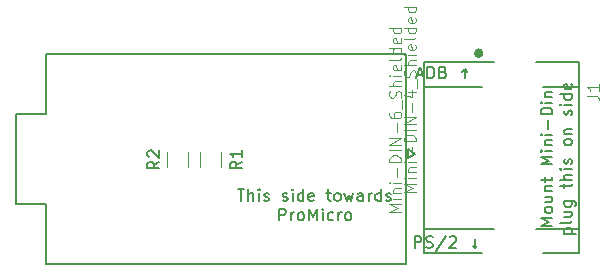
<source format=gbr>
G04 #@! TF.GenerationSoftware,KiCad,Pcbnew,(5.1.0-0)*
G04 #@! TF.CreationDate,2019-03-25T02:14:44+01:00*
G04 #@! TF.ProjectId,adapter,61646170-7465-4722-9e6b-696361645f70,rev?*
G04 #@! TF.SameCoordinates,Original*
G04 #@! TF.FileFunction,Legend,Top*
G04 #@! TF.FilePolarity,Positive*
%FSLAX46Y46*%
G04 Gerber Fmt 4.6, Leading zero omitted, Abs format (unit mm)*
G04 Created by KiCad (PCBNEW (5.1.0-0)) date 2019-03-25 02:14:44*
%MOMM*%
%LPD*%
G04 APERTURE LIST*
%ADD10C,0.150000*%
%ADD11C,0.127000*%
%ADD12C,0.400000*%
%ADD13C,0.120000*%
%ADD14C,0.050000*%
G04 APERTURE END LIST*
D10*
X87247380Y-53106666D02*
X86247380Y-53106666D01*
X86961666Y-52773333D01*
X86247380Y-52440000D01*
X87247380Y-52440000D01*
X87247380Y-51820952D02*
X87199761Y-51916190D01*
X87152142Y-51963809D01*
X87056904Y-52011428D01*
X86771190Y-52011428D01*
X86675952Y-51963809D01*
X86628333Y-51916190D01*
X86580714Y-51820952D01*
X86580714Y-51678095D01*
X86628333Y-51582857D01*
X86675952Y-51535238D01*
X86771190Y-51487619D01*
X87056904Y-51487619D01*
X87152142Y-51535238D01*
X87199761Y-51582857D01*
X87247380Y-51678095D01*
X87247380Y-51820952D01*
X86580714Y-50630476D02*
X87247380Y-50630476D01*
X86580714Y-51059047D02*
X87104523Y-51059047D01*
X87199761Y-51011428D01*
X87247380Y-50916190D01*
X87247380Y-50773333D01*
X87199761Y-50678095D01*
X87152142Y-50630476D01*
X86580714Y-50154285D02*
X87247380Y-50154285D01*
X86675952Y-50154285D02*
X86628333Y-50106666D01*
X86580714Y-50011428D01*
X86580714Y-49868571D01*
X86628333Y-49773333D01*
X86723571Y-49725714D01*
X87247380Y-49725714D01*
X86580714Y-49392380D02*
X86580714Y-49011428D01*
X86247380Y-49249523D02*
X87104523Y-49249523D01*
X87199761Y-49201904D01*
X87247380Y-49106666D01*
X87247380Y-49011428D01*
X87247380Y-47916190D02*
X86247380Y-47916190D01*
X86961666Y-47582857D01*
X86247380Y-47249523D01*
X87247380Y-47249523D01*
X87247380Y-46773333D02*
X86580714Y-46773333D01*
X86247380Y-46773333D02*
X86295000Y-46820952D01*
X86342619Y-46773333D01*
X86295000Y-46725714D01*
X86247380Y-46773333D01*
X86342619Y-46773333D01*
X86580714Y-46297142D02*
X87247380Y-46297142D01*
X86675952Y-46297142D02*
X86628333Y-46249523D01*
X86580714Y-46154285D01*
X86580714Y-46011428D01*
X86628333Y-45916190D01*
X86723571Y-45868571D01*
X87247380Y-45868571D01*
X87247380Y-45392380D02*
X86580714Y-45392380D01*
X86247380Y-45392380D02*
X86295000Y-45440000D01*
X86342619Y-45392380D01*
X86295000Y-45344761D01*
X86247380Y-45392380D01*
X86342619Y-45392380D01*
X86866428Y-44916190D02*
X86866428Y-44154285D01*
X87247380Y-43678095D02*
X86247380Y-43678095D01*
X86247380Y-43440000D01*
X86295000Y-43297142D01*
X86390238Y-43201904D01*
X86485476Y-43154285D01*
X86675952Y-43106666D01*
X86818809Y-43106666D01*
X87009285Y-43154285D01*
X87104523Y-43201904D01*
X87199761Y-43297142D01*
X87247380Y-43440000D01*
X87247380Y-43678095D01*
X87247380Y-42678095D02*
X86580714Y-42678095D01*
X86247380Y-42678095D02*
X86295000Y-42725714D01*
X86342619Y-42678095D01*
X86295000Y-42630476D01*
X86247380Y-42678095D01*
X86342619Y-42678095D01*
X86580714Y-42201904D02*
X87247380Y-42201904D01*
X86675952Y-42201904D02*
X86628333Y-42154285D01*
X86580714Y-42059047D01*
X86580714Y-41916190D01*
X86628333Y-41820952D01*
X86723571Y-41773333D01*
X87247380Y-41773333D01*
X88230714Y-53773333D02*
X89230714Y-53773333D01*
X88278333Y-53773333D02*
X88230714Y-53678095D01*
X88230714Y-53487619D01*
X88278333Y-53392380D01*
X88325952Y-53344761D01*
X88421190Y-53297142D01*
X88706904Y-53297142D01*
X88802142Y-53344761D01*
X88849761Y-53392380D01*
X88897380Y-53487619D01*
X88897380Y-53678095D01*
X88849761Y-53773333D01*
X88897380Y-52725714D02*
X88849761Y-52820952D01*
X88754523Y-52868571D01*
X87897380Y-52868571D01*
X88230714Y-51916190D02*
X88897380Y-51916190D01*
X88230714Y-52344761D02*
X88754523Y-52344761D01*
X88849761Y-52297142D01*
X88897380Y-52201904D01*
X88897380Y-52059047D01*
X88849761Y-51963809D01*
X88802142Y-51916190D01*
X88230714Y-51011428D02*
X89040238Y-51011428D01*
X89135476Y-51059047D01*
X89183095Y-51106666D01*
X89230714Y-51201904D01*
X89230714Y-51344761D01*
X89183095Y-51440000D01*
X88849761Y-51011428D02*
X88897380Y-51106666D01*
X88897380Y-51297142D01*
X88849761Y-51392380D01*
X88802142Y-51440000D01*
X88706904Y-51487619D01*
X88421190Y-51487619D01*
X88325952Y-51440000D01*
X88278333Y-51392380D01*
X88230714Y-51297142D01*
X88230714Y-51106666D01*
X88278333Y-51011428D01*
X88230714Y-49916190D02*
X88230714Y-49535238D01*
X87897380Y-49773333D02*
X88754523Y-49773333D01*
X88849761Y-49725714D01*
X88897380Y-49630476D01*
X88897380Y-49535238D01*
X88897380Y-49201904D02*
X87897380Y-49201904D01*
X88897380Y-48773333D02*
X88373571Y-48773333D01*
X88278333Y-48820952D01*
X88230714Y-48916190D01*
X88230714Y-49059047D01*
X88278333Y-49154285D01*
X88325952Y-49201904D01*
X88897380Y-48297142D02*
X88230714Y-48297142D01*
X87897380Y-48297142D02*
X87945000Y-48344761D01*
X87992619Y-48297142D01*
X87945000Y-48249523D01*
X87897380Y-48297142D01*
X87992619Y-48297142D01*
X88849761Y-47868571D02*
X88897380Y-47773333D01*
X88897380Y-47582857D01*
X88849761Y-47487619D01*
X88754523Y-47440000D01*
X88706904Y-47440000D01*
X88611666Y-47487619D01*
X88564047Y-47582857D01*
X88564047Y-47725714D01*
X88516428Y-47820952D01*
X88421190Y-47868571D01*
X88373571Y-47868571D01*
X88278333Y-47820952D01*
X88230714Y-47725714D01*
X88230714Y-47582857D01*
X88278333Y-47487619D01*
X88897380Y-46106666D02*
X88849761Y-46201904D01*
X88802142Y-46249523D01*
X88706904Y-46297142D01*
X88421190Y-46297142D01*
X88325952Y-46249523D01*
X88278333Y-46201904D01*
X88230714Y-46106666D01*
X88230714Y-45963809D01*
X88278333Y-45868571D01*
X88325952Y-45820952D01*
X88421190Y-45773333D01*
X88706904Y-45773333D01*
X88802142Y-45820952D01*
X88849761Y-45868571D01*
X88897380Y-45963809D01*
X88897380Y-46106666D01*
X88230714Y-45344761D02*
X88897380Y-45344761D01*
X88325952Y-45344761D02*
X88278333Y-45297142D01*
X88230714Y-45201904D01*
X88230714Y-45059047D01*
X88278333Y-44963809D01*
X88373571Y-44916190D01*
X88897380Y-44916190D01*
X88849761Y-43725714D02*
X88897380Y-43630476D01*
X88897380Y-43440000D01*
X88849761Y-43344761D01*
X88754523Y-43297142D01*
X88706904Y-43297142D01*
X88611666Y-43344761D01*
X88564047Y-43440000D01*
X88564047Y-43582857D01*
X88516428Y-43678095D01*
X88421190Y-43725714D01*
X88373571Y-43725714D01*
X88278333Y-43678095D01*
X88230714Y-43582857D01*
X88230714Y-43440000D01*
X88278333Y-43344761D01*
X88897380Y-42868571D02*
X88230714Y-42868571D01*
X87897380Y-42868571D02*
X87945000Y-42916190D01*
X87992619Y-42868571D01*
X87945000Y-42820952D01*
X87897380Y-42868571D01*
X87992619Y-42868571D01*
X88897380Y-41963809D02*
X87897380Y-41963809D01*
X88849761Y-41963809D02*
X88897380Y-42059047D01*
X88897380Y-42249523D01*
X88849761Y-42344761D01*
X88802142Y-42392380D01*
X88706904Y-42440000D01*
X88421190Y-42440000D01*
X88325952Y-42392380D01*
X88278333Y-42344761D01*
X88230714Y-42249523D01*
X88230714Y-42059047D01*
X88278333Y-41963809D01*
X88849761Y-41106666D02*
X88897380Y-41201904D01*
X88897380Y-41392380D01*
X88849761Y-41487619D01*
X88754523Y-41535238D01*
X88373571Y-41535238D01*
X88278333Y-41487619D01*
X88230714Y-41392380D01*
X88230714Y-41201904D01*
X88278333Y-41106666D01*
X88373571Y-41059047D01*
X88468809Y-41059047D01*
X88564047Y-41535238D01*
X60592380Y-49997380D02*
X61163809Y-49997380D01*
X60878095Y-50997380D02*
X60878095Y-49997380D01*
X61497142Y-50997380D02*
X61497142Y-49997380D01*
X61925714Y-50997380D02*
X61925714Y-50473571D01*
X61878095Y-50378333D01*
X61782857Y-50330714D01*
X61640000Y-50330714D01*
X61544761Y-50378333D01*
X61497142Y-50425952D01*
X62401904Y-50997380D02*
X62401904Y-50330714D01*
X62401904Y-49997380D02*
X62354285Y-50045000D01*
X62401904Y-50092619D01*
X62449523Y-50045000D01*
X62401904Y-49997380D01*
X62401904Y-50092619D01*
X62830476Y-50949761D02*
X62925714Y-50997380D01*
X63116190Y-50997380D01*
X63211428Y-50949761D01*
X63259047Y-50854523D01*
X63259047Y-50806904D01*
X63211428Y-50711666D01*
X63116190Y-50664047D01*
X62973333Y-50664047D01*
X62878095Y-50616428D01*
X62830476Y-50521190D01*
X62830476Y-50473571D01*
X62878095Y-50378333D01*
X62973333Y-50330714D01*
X63116190Y-50330714D01*
X63211428Y-50378333D01*
X64401904Y-50949761D02*
X64497142Y-50997380D01*
X64687619Y-50997380D01*
X64782857Y-50949761D01*
X64830476Y-50854523D01*
X64830476Y-50806904D01*
X64782857Y-50711666D01*
X64687619Y-50664047D01*
X64544761Y-50664047D01*
X64449523Y-50616428D01*
X64401904Y-50521190D01*
X64401904Y-50473571D01*
X64449523Y-50378333D01*
X64544761Y-50330714D01*
X64687619Y-50330714D01*
X64782857Y-50378333D01*
X65259047Y-50997380D02*
X65259047Y-50330714D01*
X65259047Y-49997380D02*
X65211428Y-50045000D01*
X65259047Y-50092619D01*
X65306666Y-50045000D01*
X65259047Y-49997380D01*
X65259047Y-50092619D01*
X66163809Y-50997380D02*
X66163809Y-49997380D01*
X66163809Y-50949761D02*
X66068571Y-50997380D01*
X65878095Y-50997380D01*
X65782857Y-50949761D01*
X65735238Y-50902142D01*
X65687619Y-50806904D01*
X65687619Y-50521190D01*
X65735238Y-50425952D01*
X65782857Y-50378333D01*
X65878095Y-50330714D01*
X66068571Y-50330714D01*
X66163809Y-50378333D01*
X67020952Y-50949761D02*
X66925714Y-50997380D01*
X66735238Y-50997380D01*
X66640000Y-50949761D01*
X66592380Y-50854523D01*
X66592380Y-50473571D01*
X66640000Y-50378333D01*
X66735238Y-50330714D01*
X66925714Y-50330714D01*
X67020952Y-50378333D01*
X67068571Y-50473571D01*
X67068571Y-50568809D01*
X66592380Y-50664047D01*
X68116190Y-50330714D02*
X68497142Y-50330714D01*
X68259047Y-49997380D02*
X68259047Y-50854523D01*
X68306666Y-50949761D01*
X68401904Y-50997380D01*
X68497142Y-50997380D01*
X68973333Y-50997380D02*
X68878095Y-50949761D01*
X68830476Y-50902142D01*
X68782857Y-50806904D01*
X68782857Y-50521190D01*
X68830476Y-50425952D01*
X68878095Y-50378333D01*
X68973333Y-50330714D01*
X69116190Y-50330714D01*
X69211428Y-50378333D01*
X69259047Y-50425952D01*
X69306666Y-50521190D01*
X69306666Y-50806904D01*
X69259047Y-50902142D01*
X69211428Y-50949761D01*
X69116190Y-50997380D01*
X68973333Y-50997380D01*
X69640000Y-50330714D02*
X69830476Y-50997380D01*
X70020952Y-50521190D01*
X70211428Y-50997380D01*
X70401904Y-50330714D01*
X71211428Y-50997380D02*
X71211428Y-50473571D01*
X71163809Y-50378333D01*
X71068571Y-50330714D01*
X70878095Y-50330714D01*
X70782857Y-50378333D01*
X71211428Y-50949761D02*
X71116190Y-50997380D01*
X70878095Y-50997380D01*
X70782857Y-50949761D01*
X70735238Y-50854523D01*
X70735238Y-50759285D01*
X70782857Y-50664047D01*
X70878095Y-50616428D01*
X71116190Y-50616428D01*
X71211428Y-50568809D01*
X71687619Y-50997380D02*
X71687619Y-50330714D01*
X71687619Y-50521190D02*
X71735238Y-50425952D01*
X71782857Y-50378333D01*
X71878095Y-50330714D01*
X71973333Y-50330714D01*
X72735238Y-50997380D02*
X72735238Y-49997380D01*
X72735238Y-50949761D02*
X72640000Y-50997380D01*
X72449523Y-50997380D01*
X72354285Y-50949761D01*
X72306666Y-50902142D01*
X72259047Y-50806904D01*
X72259047Y-50521190D01*
X72306666Y-50425952D01*
X72354285Y-50378333D01*
X72449523Y-50330714D01*
X72640000Y-50330714D01*
X72735238Y-50378333D01*
X73163809Y-50949761D02*
X73259047Y-50997380D01*
X73449523Y-50997380D01*
X73544761Y-50949761D01*
X73592380Y-50854523D01*
X73592380Y-50806904D01*
X73544761Y-50711666D01*
X73449523Y-50664047D01*
X73306666Y-50664047D01*
X73211428Y-50616428D01*
X73163809Y-50521190D01*
X73163809Y-50473571D01*
X73211428Y-50378333D01*
X73306666Y-50330714D01*
X73449523Y-50330714D01*
X73544761Y-50378333D01*
X64116190Y-52647380D02*
X64116190Y-51647380D01*
X64497142Y-51647380D01*
X64592380Y-51695000D01*
X64640000Y-51742619D01*
X64687619Y-51837857D01*
X64687619Y-51980714D01*
X64640000Y-52075952D01*
X64592380Y-52123571D01*
X64497142Y-52171190D01*
X64116190Y-52171190D01*
X65116190Y-52647380D02*
X65116190Y-51980714D01*
X65116190Y-52171190D02*
X65163809Y-52075952D01*
X65211428Y-52028333D01*
X65306666Y-51980714D01*
X65401904Y-51980714D01*
X65878095Y-52647380D02*
X65782857Y-52599761D01*
X65735238Y-52552142D01*
X65687619Y-52456904D01*
X65687619Y-52171190D01*
X65735238Y-52075952D01*
X65782857Y-52028333D01*
X65878095Y-51980714D01*
X66020952Y-51980714D01*
X66116190Y-52028333D01*
X66163809Y-52075952D01*
X66211428Y-52171190D01*
X66211428Y-52456904D01*
X66163809Y-52552142D01*
X66116190Y-52599761D01*
X66020952Y-52647380D01*
X65878095Y-52647380D01*
X66640000Y-52647380D02*
X66640000Y-51647380D01*
X66973333Y-52361666D01*
X67306666Y-51647380D01*
X67306666Y-52647380D01*
X67782857Y-52647380D02*
X67782857Y-51980714D01*
X67782857Y-51647380D02*
X67735238Y-51695000D01*
X67782857Y-51742619D01*
X67830476Y-51695000D01*
X67782857Y-51647380D01*
X67782857Y-51742619D01*
X68687619Y-52599761D02*
X68592380Y-52647380D01*
X68401904Y-52647380D01*
X68306666Y-52599761D01*
X68259047Y-52552142D01*
X68211428Y-52456904D01*
X68211428Y-52171190D01*
X68259047Y-52075952D01*
X68306666Y-52028333D01*
X68401904Y-51980714D01*
X68592380Y-51980714D01*
X68687619Y-52028333D01*
X69116190Y-52647380D02*
X69116190Y-51980714D01*
X69116190Y-52171190D02*
X69163809Y-52075952D01*
X69211428Y-52028333D01*
X69306666Y-51980714D01*
X69401904Y-51980714D01*
X69878095Y-52647380D02*
X69782857Y-52599761D01*
X69735238Y-52552142D01*
X69687619Y-52456904D01*
X69687619Y-52171190D01*
X69735238Y-52075952D01*
X69782857Y-52028333D01*
X69878095Y-51980714D01*
X70020952Y-51980714D01*
X70116190Y-52028333D01*
X70163809Y-52075952D01*
X70211428Y-52171190D01*
X70211428Y-52456904D01*
X70163809Y-52552142D01*
X70116190Y-52599761D01*
X70020952Y-52647380D01*
X69878095Y-52647380D01*
X75761904Y-40341666D02*
X76238095Y-40341666D01*
X75666666Y-40627380D02*
X76000000Y-39627380D01*
X76333333Y-40627380D01*
X76666666Y-40627380D02*
X76666666Y-39627380D01*
X76904761Y-39627380D01*
X77047619Y-39675000D01*
X77142857Y-39770238D01*
X77190476Y-39865476D01*
X77238095Y-40055952D01*
X77238095Y-40198809D01*
X77190476Y-40389285D01*
X77142857Y-40484523D01*
X77047619Y-40579761D01*
X76904761Y-40627380D01*
X76666666Y-40627380D01*
X78000000Y-40103571D02*
X78142857Y-40151190D01*
X78190476Y-40198809D01*
X78238095Y-40294047D01*
X78238095Y-40436904D01*
X78190476Y-40532142D01*
X78142857Y-40579761D01*
X78047619Y-40627380D01*
X77666666Y-40627380D01*
X77666666Y-39627380D01*
X78000000Y-39627380D01*
X78095238Y-39675000D01*
X78142857Y-39722619D01*
X78190476Y-39817857D01*
X78190476Y-39913095D01*
X78142857Y-40008333D01*
X78095238Y-40055952D01*
X78000000Y-40103571D01*
X77666666Y-40103571D01*
X79809523Y-40627380D02*
X79809523Y-39865476D01*
X79619047Y-40055952D02*
X79809523Y-39865476D01*
X80000000Y-40055952D01*
X75586904Y-54977380D02*
X75586904Y-53977380D01*
X75967857Y-53977380D01*
X76063095Y-54025000D01*
X76110714Y-54072619D01*
X76158333Y-54167857D01*
X76158333Y-54310714D01*
X76110714Y-54405952D01*
X76063095Y-54453571D01*
X75967857Y-54501190D01*
X75586904Y-54501190D01*
X76539285Y-54929761D02*
X76682142Y-54977380D01*
X76920238Y-54977380D01*
X77015476Y-54929761D01*
X77063095Y-54882142D01*
X77110714Y-54786904D01*
X77110714Y-54691666D01*
X77063095Y-54596428D01*
X77015476Y-54548809D01*
X76920238Y-54501190D01*
X76729761Y-54453571D01*
X76634523Y-54405952D01*
X76586904Y-54358333D01*
X76539285Y-54263095D01*
X76539285Y-54167857D01*
X76586904Y-54072619D01*
X76634523Y-54025000D01*
X76729761Y-53977380D01*
X76967857Y-53977380D01*
X77110714Y-54025000D01*
X78253571Y-53929761D02*
X77396428Y-55215476D01*
X78539285Y-54072619D02*
X78586904Y-54025000D01*
X78682142Y-53977380D01*
X78920238Y-53977380D01*
X79015476Y-54025000D01*
X79063095Y-54072619D01*
X79110714Y-54167857D01*
X79110714Y-54263095D01*
X79063095Y-54405952D01*
X78491666Y-54977380D01*
X79110714Y-54977380D01*
X80682142Y-54215476D02*
X80682142Y-54977380D01*
X80872619Y-54786904D02*
X80682142Y-54977380D01*
X80491666Y-54786904D01*
X75600000Y-47000000D02*
X75000000Y-47400000D01*
X75000000Y-46600000D02*
X75000000Y-47400000D01*
X75600000Y-47000000D02*
X75000000Y-46600000D01*
D11*
X76330000Y-55450000D02*
X81291000Y-55450000D01*
X89530000Y-55450000D02*
X86475000Y-55450000D01*
X76330000Y-41350000D02*
X81291000Y-41350000D01*
X89530000Y-41350000D02*
X86475000Y-41350000D01*
X76330000Y-55450000D02*
X76330000Y-41350000D01*
X89530000Y-41350000D02*
X89530000Y-55450000D01*
X82280000Y-39250000D02*
X76330000Y-39250000D01*
X89530000Y-39250000D02*
X85830000Y-39250000D01*
X82280000Y-53350000D02*
X76330000Y-53350000D01*
X89530000Y-53350000D02*
X85830000Y-53350000D01*
X76330000Y-53350000D02*
X76330000Y-39250000D01*
X89530000Y-39250000D02*
X89530000Y-53350000D01*
D12*
X81200000Y-38500000D02*
G75*
G03X81200000Y-38500000I-200000J0D01*
G01*
D10*
X44326000Y-56312000D02*
X74806000Y-56312000D01*
X44326000Y-51232000D02*
X44326000Y-56312000D01*
X41786000Y-51232000D02*
X44326000Y-51232000D01*
X41786000Y-43612000D02*
X41786000Y-51232000D01*
X44326000Y-43612000D02*
X41786000Y-43612000D01*
X44326000Y-38532000D02*
X44326000Y-43612000D01*
X74806000Y-38532000D02*
X44326000Y-38532000D01*
X74806000Y-56312000D02*
X74806000Y-38532000D01*
D13*
X54590000Y-46897936D02*
X54590000Y-48102064D01*
X56410000Y-46897936D02*
X56410000Y-48102064D01*
X59206000Y-48102064D02*
X59206000Y-46897936D01*
X57386000Y-48102064D02*
X57386000Y-46897936D01*
D14*
X74436230Y-51969422D02*
X73434860Y-51969422D01*
X74150125Y-51635632D01*
X73434860Y-51301842D01*
X74436230Y-51301842D01*
X74436230Y-50825000D02*
X73768650Y-50825000D01*
X73434860Y-50825000D02*
X73482545Y-50872684D01*
X73530229Y-50825000D01*
X73482545Y-50777315D01*
X73434860Y-50825000D01*
X73530229Y-50825000D01*
X73768650Y-50348157D02*
X74436230Y-50348157D01*
X73864019Y-50348157D02*
X73816335Y-50300472D01*
X73768650Y-50205104D01*
X73768650Y-50062051D01*
X73816335Y-49966682D01*
X73911703Y-49918998D01*
X74436230Y-49918998D01*
X74436230Y-49442155D02*
X73768650Y-49442155D01*
X73434860Y-49442155D02*
X73482545Y-49489840D01*
X73530229Y-49442155D01*
X73482545Y-49394471D01*
X73434860Y-49442155D01*
X73530229Y-49442155D01*
X74054756Y-48965312D02*
X74054756Y-48202364D01*
X74436230Y-47725521D02*
X73434860Y-47725521D01*
X73434860Y-47487100D01*
X73482545Y-47344047D01*
X73577913Y-47248678D01*
X73673282Y-47200994D01*
X73864019Y-47153310D01*
X74007072Y-47153310D01*
X74197809Y-47200994D01*
X74293177Y-47248678D01*
X74388546Y-47344047D01*
X74436230Y-47487100D01*
X74436230Y-47725521D01*
X74436230Y-46724151D02*
X73434860Y-46724151D01*
X74436230Y-46247308D02*
X73434860Y-46247308D01*
X74436230Y-45675097D01*
X73434860Y-45675097D01*
X74054756Y-45198254D02*
X74054756Y-44435305D01*
X73434860Y-43529304D02*
X73434860Y-43720041D01*
X73482545Y-43815410D01*
X73530229Y-43863094D01*
X73673282Y-43958462D01*
X73864019Y-44006147D01*
X74245493Y-44006147D01*
X74340862Y-43958462D01*
X74388546Y-43910778D01*
X74436230Y-43815410D01*
X74436230Y-43624672D01*
X74388546Y-43529304D01*
X74340862Y-43481620D01*
X74245493Y-43433935D01*
X74007072Y-43433935D01*
X73911703Y-43481620D01*
X73864019Y-43529304D01*
X73816335Y-43624672D01*
X73816335Y-43815410D01*
X73864019Y-43910778D01*
X73911703Y-43958462D01*
X74007072Y-44006147D01*
X74531599Y-43243198D02*
X74531599Y-42480250D01*
X74388546Y-42289512D02*
X74436230Y-42146460D01*
X74436230Y-41908038D01*
X74388546Y-41812670D01*
X74340862Y-41764985D01*
X74245493Y-41717301D01*
X74150125Y-41717301D01*
X74054756Y-41764985D01*
X74007072Y-41812670D01*
X73959387Y-41908038D01*
X73911703Y-42098775D01*
X73864019Y-42194144D01*
X73816335Y-42241828D01*
X73720966Y-42289512D01*
X73625597Y-42289512D01*
X73530229Y-42241828D01*
X73482545Y-42194144D01*
X73434860Y-42098775D01*
X73434860Y-41860354D01*
X73482545Y-41717301D01*
X74436230Y-41288142D02*
X73434860Y-41288142D01*
X74436230Y-40858984D02*
X73911703Y-40858984D01*
X73816335Y-40906668D01*
X73768650Y-41002037D01*
X73768650Y-41145090D01*
X73816335Y-41240458D01*
X73864019Y-41288142D01*
X74436230Y-40382141D02*
X73768650Y-40382141D01*
X73434860Y-40382141D02*
X73482545Y-40429825D01*
X73530229Y-40382141D01*
X73482545Y-40334457D01*
X73434860Y-40382141D01*
X73530229Y-40382141D01*
X74388546Y-39523824D02*
X74436230Y-39619192D01*
X74436230Y-39809930D01*
X74388546Y-39905298D01*
X74293177Y-39952982D01*
X73911703Y-39952982D01*
X73816335Y-39905298D01*
X73768650Y-39809930D01*
X73768650Y-39619192D01*
X73816335Y-39523824D01*
X73911703Y-39476140D01*
X74007072Y-39476140D01*
X74102440Y-39952982D01*
X74436230Y-38903928D02*
X74388546Y-38999297D01*
X74293177Y-39046981D01*
X73434860Y-39046981D01*
X74436230Y-38093295D02*
X73434860Y-38093295D01*
X74388546Y-38093295D02*
X74436230Y-38188664D01*
X74436230Y-38379401D01*
X74388546Y-38474770D01*
X74340862Y-38522454D01*
X74245493Y-38570138D01*
X73959387Y-38570138D01*
X73864019Y-38522454D01*
X73816335Y-38474770D01*
X73768650Y-38379401D01*
X73768650Y-38188664D01*
X73816335Y-38093295D01*
X74388546Y-37234978D02*
X74436230Y-37330347D01*
X74436230Y-37521084D01*
X74388546Y-37616452D01*
X74293177Y-37664137D01*
X73911703Y-37664137D01*
X73816335Y-37616452D01*
X73768650Y-37521084D01*
X73768650Y-37330347D01*
X73816335Y-37234978D01*
X73911703Y-37187294D01*
X74007072Y-37187294D01*
X74102440Y-37664137D01*
X74436230Y-36328977D02*
X73434860Y-36328977D01*
X74388546Y-36328977D02*
X74436230Y-36424345D01*
X74436230Y-36615082D01*
X74388546Y-36710451D01*
X74340862Y-36758135D01*
X74245493Y-36805820D01*
X73959387Y-36805820D01*
X73864019Y-36758135D01*
X73816335Y-36710451D01*
X73768650Y-36615082D01*
X73768650Y-36424345D01*
X73816335Y-36328977D01*
X90163527Y-42081836D02*
X90878913Y-42081836D01*
X91021990Y-42129529D01*
X91117375Y-42224913D01*
X91165067Y-42367990D01*
X91165067Y-42463375D01*
X91165067Y-41080296D02*
X91165067Y-41652605D01*
X91165067Y-41366450D02*
X90163527Y-41366450D01*
X90306604Y-41461835D01*
X90401989Y-41557220D01*
X90449681Y-41652605D01*
X75699297Y-50203890D02*
X74698177Y-50203890D01*
X75413263Y-49870183D01*
X74698177Y-49536477D01*
X75699297Y-49536477D01*
X75699297Y-49059753D02*
X75031884Y-49059753D01*
X74698177Y-49059753D02*
X74745850Y-49107425D01*
X74793522Y-49059753D01*
X74745850Y-49012080D01*
X74698177Y-49059753D01*
X74793522Y-49059753D01*
X75031884Y-48583029D02*
X75699297Y-48583029D01*
X75127229Y-48583029D02*
X75079556Y-48535357D01*
X75031884Y-48440012D01*
X75031884Y-48296995D01*
X75079556Y-48201650D01*
X75174901Y-48153978D01*
X75699297Y-48153978D01*
X75699297Y-47677254D02*
X75031884Y-47677254D01*
X74698177Y-47677254D02*
X74745850Y-47724926D01*
X74793522Y-47677254D01*
X74745850Y-47629581D01*
X74698177Y-47677254D01*
X74793522Y-47677254D01*
X75317918Y-47200530D02*
X75317918Y-46437772D01*
X75699297Y-45961048D02*
X74698177Y-45961048D01*
X74698177Y-45722686D01*
X74745850Y-45579669D01*
X74841194Y-45484324D01*
X74936539Y-45436652D01*
X75127229Y-45388980D01*
X75270246Y-45388980D01*
X75460935Y-45436652D01*
X75556280Y-45484324D01*
X75651625Y-45579669D01*
X75699297Y-45722686D01*
X75699297Y-45961048D01*
X75699297Y-44959928D02*
X74698177Y-44959928D01*
X75699297Y-44483204D02*
X74698177Y-44483204D01*
X75699297Y-43911136D01*
X74698177Y-43911136D01*
X75317918Y-43434412D02*
X75317918Y-42671654D01*
X75031884Y-41765879D02*
X75699297Y-41765879D01*
X74650505Y-42004240D02*
X75365590Y-42242602D01*
X75365590Y-41622861D01*
X75794642Y-41479844D02*
X75794642Y-40717086D01*
X75651625Y-40526397D02*
X75699297Y-40383380D01*
X75699297Y-40145018D01*
X75651625Y-40049673D01*
X75603952Y-40002000D01*
X75508608Y-39954328D01*
X75413263Y-39954328D01*
X75317918Y-40002000D01*
X75270246Y-40049673D01*
X75222573Y-40145018D01*
X75174901Y-40335707D01*
X75127229Y-40431052D01*
X75079556Y-40478724D01*
X74984211Y-40526397D01*
X74888867Y-40526397D01*
X74793522Y-40478724D01*
X74745850Y-40431052D01*
X74698177Y-40335707D01*
X74698177Y-40097345D01*
X74745850Y-39954328D01*
X75699297Y-39525277D02*
X74698177Y-39525277D01*
X75699297Y-39096225D02*
X75174901Y-39096225D01*
X75079556Y-39143898D01*
X75031884Y-39239242D01*
X75031884Y-39382260D01*
X75079556Y-39477604D01*
X75127229Y-39525277D01*
X75699297Y-38619501D02*
X75031884Y-38619501D01*
X74698177Y-38619501D02*
X74745850Y-38667174D01*
X74793522Y-38619501D01*
X74745850Y-38571829D01*
X74698177Y-38619501D01*
X74793522Y-38619501D01*
X75651625Y-37761399D02*
X75699297Y-37856743D01*
X75699297Y-38047433D01*
X75651625Y-38142778D01*
X75556280Y-38190450D01*
X75174901Y-38190450D01*
X75079556Y-38142778D01*
X75031884Y-38047433D01*
X75031884Y-37856743D01*
X75079556Y-37761399D01*
X75174901Y-37713726D01*
X75270246Y-37713726D01*
X75365590Y-38190450D01*
X75699297Y-37141658D02*
X75651625Y-37237002D01*
X75556280Y-37284675D01*
X74698177Y-37284675D01*
X75699297Y-36331227D02*
X74698177Y-36331227D01*
X75651625Y-36331227D02*
X75699297Y-36426572D01*
X75699297Y-36617261D01*
X75651625Y-36712606D01*
X75603952Y-36760279D01*
X75508608Y-36807951D01*
X75222573Y-36807951D01*
X75127229Y-36760279D01*
X75079556Y-36712606D01*
X75031884Y-36617261D01*
X75031884Y-36426572D01*
X75079556Y-36331227D01*
X75651625Y-35473124D02*
X75699297Y-35568469D01*
X75699297Y-35759159D01*
X75651625Y-35854503D01*
X75556280Y-35902176D01*
X75174901Y-35902176D01*
X75079556Y-35854503D01*
X75031884Y-35759159D01*
X75031884Y-35568469D01*
X75079556Y-35473124D01*
X75174901Y-35425452D01*
X75270246Y-35425452D01*
X75365590Y-35902176D01*
X75699297Y-34567349D02*
X74698177Y-34567349D01*
X75651625Y-34567349D02*
X75699297Y-34662694D01*
X75699297Y-34853383D01*
X75651625Y-34948728D01*
X75603952Y-34996400D01*
X75508608Y-35044073D01*
X75222573Y-35044073D01*
X75127229Y-34996400D01*
X75079556Y-34948728D01*
X75031884Y-34853383D01*
X75031884Y-34662694D01*
X75079556Y-34567349D01*
D10*
X53952380Y-47666666D02*
X53476190Y-48000000D01*
X53952380Y-48238095D02*
X52952380Y-48238095D01*
X52952380Y-47857142D01*
X53000000Y-47761904D01*
X53047619Y-47714285D01*
X53142857Y-47666666D01*
X53285714Y-47666666D01*
X53380952Y-47714285D01*
X53428571Y-47761904D01*
X53476190Y-47857142D01*
X53476190Y-48238095D01*
X53047619Y-47285714D02*
X53000000Y-47238095D01*
X52952380Y-47142857D01*
X52952380Y-46904761D01*
X53000000Y-46809523D01*
X53047619Y-46761904D01*
X53142857Y-46714285D01*
X53238095Y-46714285D01*
X53380952Y-46761904D01*
X53952380Y-47333333D01*
X53952380Y-46714285D01*
X60952380Y-47666666D02*
X60476190Y-48000000D01*
X60952380Y-48238095D02*
X59952380Y-48238095D01*
X59952380Y-47857142D01*
X60000000Y-47761904D01*
X60047619Y-47714285D01*
X60142857Y-47666666D01*
X60285714Y-47666666D01*
X60380952Y-47714285D01*
X60428571Y-47761904D01*
X60476190Y-47857142D01*
X60476190Y-48238095D01*
X60952380Y-46714285D02*
X60952380Y-47285714D01*
X60952380Y-47000000D02*
X59952380Y-47000000D01*
X60095238Y-47095238D01*
X60190476Y-47190476D01*
X60238095Y-47285714D01*
M02*

</source>
